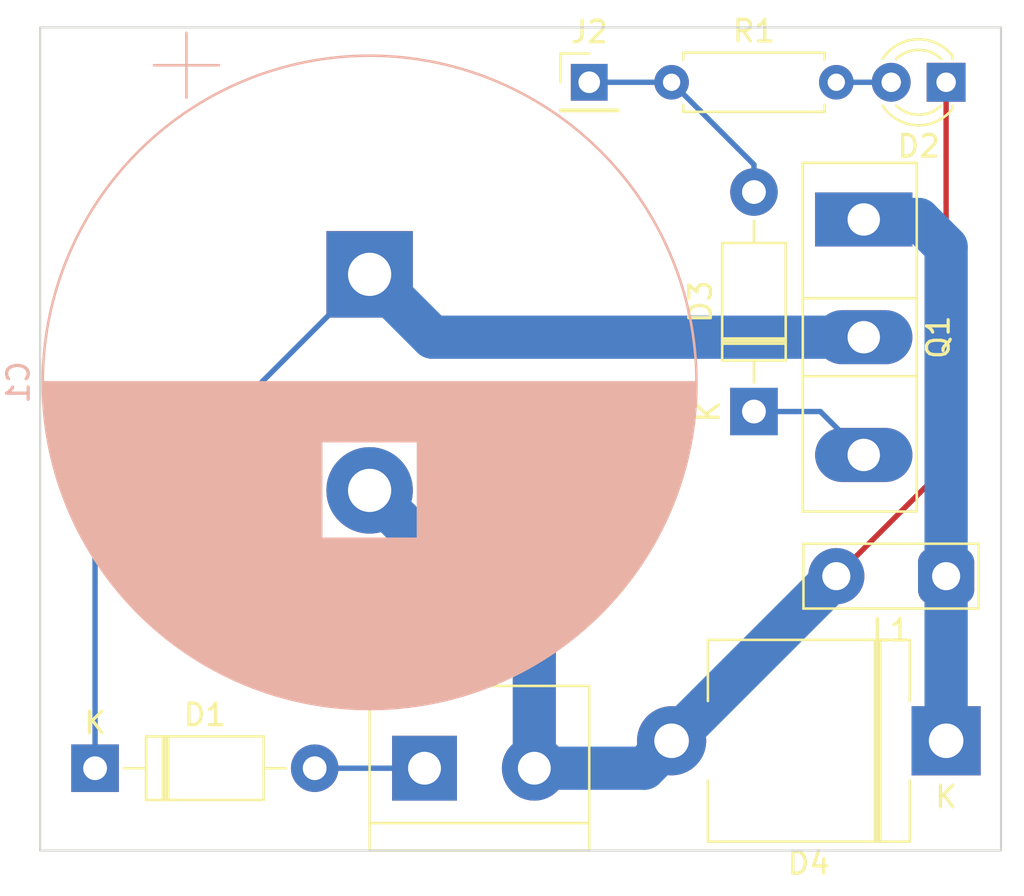
<source format=kicad_pcb>
(kicad_pcb (version 20171130) (host pcbnew "(5.1.4)-1")

  (general
    (thickness 1.6)
    (drawings 4)
    (tracks 23)
    (zones 0)
    (modules 10)
    (nets 8)
  )

  (page A4)
  (layers
    (0 F.Cu signal)
    (31 B.Cu signal)
    (32 B.Adhes user)
    (33 F.Adhes user)
    (34 B.Paste user)
    (35 F.Paste user)
    (36 B.SilkS user)
    (37 F.SilkS user)
    (38 B.Mask user)
    (39 F.Mask user)
    (40 Dwgs.User user)
    (41 Cmts.User user)
    (42 Eco1.User user)
    (43 Eco2.User user)
    (44 Edge.Cuts user)
    (45 Margin user)
    (46 B.CrtYd user)
    (47 F.CrtYd user)
    (48 B.Fab user)
    (49 F.Fab user)
  )

  (setup
    (last_trace_width 2)
    (user_trace_width 2)
    (trace_clearance 0.2)
    (zone_clearance 0.508)
    (zone_45_only no)
    (trace_min 0.2)
    (via_size 0.8)
    (via_drill 0.4)
    (via_min_size 0.4)
    (via_min_drill 0.3)
    (uvia_size 0.3)
    (uvia_drill 0.1)
    (uvias_allowed no)
    (uvia_min_size 0.2)
    (uvia_min_drill 0.1)
    (edge_width 0.1)
    (segment_width 0.2)
    (pcb_text_width 0.3)
    (pcb_text_size 1.5 1.5)
    (mod_edge_width 0.15)
    (mod_text_size 1 1)
    (mod_text_width 0.15)
    (pad_size 1.524 1.524)
    (pad_drill 0.762)
    (pad_to_mask_clearance 0)
    (aux_axis_origin 0 0)
    (visible_elements 7FFFFFFF)
    (pcbplotparams
      (layerselection 0x010fc_ffffffff)
      (usegerberextensions false)
      (usegerberattributes false)
      (usegerberadvancedattributes false)
      (creategerberjobfile false)
      (excludeedgelayer true)
      (linewidth 0.100000)
      (plotframeref false)
      (viasonmask false)
      (mode 1)
      (useauxorigin false)
      (hpglpennumber 1)
      (hpglpenspeed 20)
      (hpglpendiameter 15.000000)
      (psnegative false)
      (psa4output false)
      (plotreference true)
      (plotvalue true)
      (plotinvisibletext false)
      (padsonsilk false)
      (subtractmaskfromsilk false)
      (outputformat 1)
      (mirror false)
      (drillshape 1)
      (scaleselection 1)
      (outputdirectory ""))
  )

  (net 0 "")
  (net 1 GND)
  (net 2 "Net-(C1-Pad1)")
  (net 3 /CoilPower+)
  (net 4 "Net-(D2-Pad2)")
  (net 5 /TriggerSignal)
  (net 6 "Net-(D3-Pad1)")
  (net 7 "Net-(D4-Pad1)")

  (net_class Default "This is the default net class."
    (clearance 0.2)
    (trace_width 0.25)
    (via_dia 0.8)
    (via_drill 0.4)
    (uvia_dia 0.3)
    (uvia_drill 0.1)
    (add_net /CoilPower+)
    (add_net /TriggerSignal)
    (add_net GND)
    (add_net "Net-(C1-Pad1)")
    (add_net "Net-(D2-Pad2)")
    (add_net "Net-(D3-Pad1)")
    (add_net "Net-(D4-Pad1)")
  )

  (module Package_TO_SOT_THT:TO-247-3_Vertical (layer F.Cu) (tedit 5AC86DC3) (tstamp 60B37581)
    (at 118.11 67.31 270)
    (descr "TO-247-3, Vertical, RM 5.45mm, see https://toshiba.semicon-storage.com/us/product/mosfet/to-247-4l.html")
    (tags "TO-247-3 Vertical RM 5.45mm")
    (path /60A8CBFE)
    (fp_text reference Q1 (at 5.45 -3.45 90) (layer F.SilkS)
      (effects (font (size 1 1) (thickness 0.15)))
    )
    (fp_text value 70PT12DS (at 5.45 3.95 90) (layer F.Fab)
      (effects (font (size 1 1) (thickness 0.15)))
    )
    (fp_text user %R (at 5.45 -3.45 90) (layer F.Fab)
      (effects (font (size 1 1) (thickness 0.15)))
    )
    (fp_line (start 13.65 -2.59) (end -2.75 -2.59) (layer F.CrtYd) (width 0.05))
    (fp_line (start 13.65 2.95) (end 13.65 -2.59) (layer F.CrtYd) (width 0.05))
    (fp_line (start -2.75 2.95) (end 13.65 2.95) (layer F.CrtYd) (width 0.05))
    (fp_line (start -2.75 -2.59) (end -2.75 2.95) (layer F.CrtYd) (width 0.05))
    (fp_line (start 7.255 -2.451) (end 7.255 2.82) (layer F.SilkS) (width 0.12))
    (fp_line (start 3.646 -2.451) (end 3.646 2.82) (layer F.SilkS) (width 0.12))
    (fp_line (start 13.52 -2.451) (end 13.52 2.82) (layer F.SilkS) (width 0.12))
    (fp_line (start -2.62 -2.451) (end -2.62 2.82) (layer F.SilkS) (width 0.12))
    (fp_line (start -2.62 2.82) (end 13.52 2.82) (layer F.SilkS) (width 0.12))
    (fp_line (start -2.62 -2.451) (end 13.52 -2.451) (layer F.SilkS) (width 0.12))
    (fp_line (start 7.255 -2.33) (end 7.255 2.7) (layer F.Fab) (width 0.1))
    (fp_line (start 3.645 -2.33) (end 3.645 2.7) (layer F.Fab) (width 0.1))
    (fp_line (start 13.4 -2.33) (end -2.5 -2.33) (layer F.Fab) (width 0.1))
    (fp_line (start 13.4 2.7) (end 13.4 -2.33) (layer F.Fab) (width 0.1))
    (fp_line (start -2.5 2.7) (end 13.4 2.7) (layer F.Fab) (width 0.1))
    (fp_line (start -2.5 -2.33) (end -2.5 2.7) (layer F.Fab) (width 0.1))
    (pad 3 thru_hole oval (at 10.9 0 270) (size 2.5 4.5) (drill 1.5) (layers *.Cu *.Mask)
      (net 6 "Net-(D3-Pad1)"))
    (pad 2 thru_hole oval (at 5.45 0 270) (size 2.5 4.5) (drill 1.5) (layers *.Cu *.Mask)
      (net 2 "Net-(C1-Pad1)"))
    (pad 1 thru_hole rect (at 0 0 270) (size 2.5 4.5) (drill 1.5) (layers *.Cu *.Mask)
      (net 7 "Net-(D4-Pad1)"))
    (model ${KISYS3DMOD}/Package_TO_SOT_THT.3dshapes/TO-247-3_Vertical.wrl
      (at (xyz 0 0 0))
      (scale (xyz 1 1 1))
      (rotate (xyz 0 0 0))
    )
  )

  (module TestPoint:TestPoint_2Pads_Pitch5.08mm_Drill1.3mm (layer F.Cu) (tedit 5BD71EB4) (tstamp 60B37567)
    (at 121.92 83.82 180)
    (descr "Test point with 2 pads, pitch 5.08mm, hole diameter 1.3mm, wire diameter 1.0mm")
    (tags "CONN DEV")
    (path /5F94EC24)
    (attr virtual)
    (fp_text reference L1 (at 2.54 -2.5) (layer F.SilkS)
      (effects (font (size 1 1) (thickness 0.15)))
    )
    (fp_text value Electromagnetic (at 2.54 3) (layer F.Fab)
      (effects (font (size 1 1) (thickness 0.15)))
    )
    (fp_line (start 6.6 1.5) (end -1.5 1.5) (layer F.SilkS) (width 0.12))
    (fp_line (start -1.5 -1.5) (end 6.6 -1.5) (layer F.SilkS) (width 0.12))
    (fp_line (start 6.6 1.5) (end 6.6 -1.5) (layer F.SilkS) (width 0.12))
    (fp_line (start -1.5 -1.5) (end -1.5 1.5) (layer F.SilkS) (width 0.12))
    (fp_line (start 5.08 0) (end 0 0) (layer F.Fab) (width 0.1))
    (fp_line (start -1.8 -1.8) (end 6.88 -1.8) (layer F.CrtYd) (width 0.05))
    (fp_line (start -1.8 -1.8) (end -1.8 1.8) (layer F.CrtYd) (width 0.05))
    (fp_line (start 6.88 1.8) (end 6.88 -1.8) (layer F.CrtYd) (width 0.05))
    (fp_line (start 6.88 1.8) (end -1.8 1.8) (layer F.CrtYd) (width 0.05))
    (fp_text user %R (at 2.54 0) (layer F.Fab)
      (effects (font (size 1 1) (thickness 0.15)))
    )
    (pad 2 thru_hole circle (at 5.08 0 180) (size 2.6 2.6) (drill 1.3) (layers *.Cu *.Mask)
      (net 1 GND))
    (pad 1 thru_hole roundrect (at 0 0 180) (size 2.6 2.6) (drill 1.3) (layers *.Cu *.Mask) (roundrect_rratio 0.25)
      (net 7 "Net-(D4-Pad1)"))
  )

  (module Resistor_THT:R_Axial_DIN0207_L6.3mm_D2.5mm_P7.62mm_Horizontal (layer F.Cu) (tedit 5AE5139B) (tstamp 60B37598)
    (at 109.22 60.96)
    (descr "Resistor, Axial_DIN0207 series, Axial, Horizontal, pin pitch=7.62mm, 0.25W = 1/4W, length*diameter=6.3*2.5mm^2, http://cdn-reichelt.de/documents/datenblatt/B400/1_4W%23YAG.pdf")
    (tags "Resistor Axial_DIN0207 series Axial Horizontal pin pitch 7.62mm 0.25W = 1/4W length 6.3mm diameter 2.5mm")
    (path /5FB6F54D)
    (fp_text reference R1 (at 3.81 -2.37) (layer F.SilkS)
      (effects (font (size 1 1) (thickness 0.15)))
    )
    (fp_text value 2.2K (at 3.81 2.37) (layer F.Fab)
      (effects (font (size 1 1) (thickness 0.15)))
    )
    (fp_text user %R (at 3.81 0) (layer F.Fab)
      (effects (font (size 1 1) (thickness 0.15)))
    )
    (fp_line (start 8.67 -1.5) (end -1.05 -1.5) (layer F.CrtYd) (width 0.05))
    (fp_line (start 8.67 1.5) (end 8.67 -1.5) (layer F.CrtYd) (width 0.05))
    (fp_line (start -1.05 1.5) (end 8.67 1.5) (layer F.CrtYd) (width 0.05))
    (fp_line (start -1.05 -1.5) (end -1.05 1.5) (layer F.CrtYd) (width 0.05))
    (fp_line (start 7.08 1.37) (end 7.08 1.04) (layer F.SilkS) (width 0.12))
    (fp_line (start 0.54 1.37) (end 7.08 1.37) (layer F.SilkS) (width 0.12))
    (fp_line (start 0.54 1.04) (end 0.54 1.37) (layer F.SilkS) (width 0.12))
    (fp_line (start 7.08 -1.37) (end 7.08 -1.04) (layer F.SilkS) (width 0.12))
    (fp_line (start 0.54 -1.37) (end 7.08 -1.37) (layer F.SilkS) (width 0.12))
    (fp_line (start 0.54 -1.04) (end 0.54 -1.37) (layer F.SilkS) (width 0.12))
    (fp_line (start 7.62 0) (end 6.96 0) (layer F.Fab) (width 0.1))
    (fp_line (start 0 0) (end 0.66 0) (layer F.Fab) (width 0.1))
    (fp_line (start 6.96 -1.25) (end 0.66 -1.25) (layer F.Fab) (width 0.1))
    (fp_line (start 6.96 1.25) (end 6.96 -1.25) (layer F.Fab) (width 0.1))
    (fp_line (start 0.66 1.25) (end 6.96 1.25) (layer F.Fab) (width 0.1))
    (fp_line (start 0.66 -1.25) (end 0.66 1.25) (layer F.Fab) (width 0.1))
    (pad 2 thru_hole oval (at 7.62 0) (size 1.6 1.6) (drill 0.8) (layers *.Cu *.Mask)
      (net 4 "Net-(D2-Pad2)"))
    (pad 1 thru_hole circle (at 0 0) (size 1.6 1.6) (drill 0.8) (layers *.Cu *.Mask)
      (net 5 /TriggerSignal))
    (model ${KISYS3DMOD}/Resistor_THT.3dshapes/R_Axial_DIN0207_L6.3mm_D2.5mm_P7.62mm_Horizontal.wrl
      (at (xyz 0 0 0))
      (scale (xyz 1 1 1))
      (rotate (xyz 0 0 0))
    )
  )

  (module Connector_PinHeader_2.54mm:PinHeader_1x01_P2.54mm_Vertical (layer F.Cu) (tedit 59FED5CC) (tstamp 60B37557)
    (at 105.41 60.96)
    (descr "Through hole straight pin header, 1x01, 2.54mm pitch, single row")
    (tags "Through hole pin header THT 1x01 2.54mm single row")
    (path /60A7B57B)
    (fp_text reference J2 (at 0 -2.33) (layer F.SilkS)
      (effects (font (size 1 1) (thickness 0.15)))
    )
    (fp_text value Trigger (at 0 2.33) (layer F.Fab)
      (effects (font (size 1 1) (thickness 0.15)))
    )
    (fp_text user %R (at 0 0 90) (layer F.Fab)
      (effects (font (size 1 1) (thickness 0.15)))
    )
    (fp_line (start 1.8 -1.8) (end -1.8 -1.8) (layer F.CrtYd) (width 0.05))
    (fp_line (start 1.8 1.8) (end 1.8 -1.8) (layer F.CrtYd) (width 0.05))
    (fp_line (start -1.8 1.8) (end 1.8 1.8) (layer F.CrtYd) (width 0.05))
    (fp_line (start -1.8 -1.8) (end -1.8 1.8) (layer F.CrtYd) (width 0.05))
    (fp_line (start -1.33 -1.33) (end 0 -1.33) (layer F.SilkS) (width 0.12))
    (fp_line (start -1.33 0) (end -1.33 -1.33) (layer F.SilkS) (width 0.12))
    (fp_line (start -1.33 1.27) (end 1.33 1.27) (layer F.SilkS) (width 0.12))
    (fp_line (start 1.33 1.27) (end 1.33 1.33) (layer F.SilkS) (width 0.12))
    (fp_line (start -1.33 1.27) (end -1.33 1.33) (layer F.SilkS) (width 0.12))
    (fp_line (start -1.33 1.33) (end 1.33 1.33) (layer F.SilkS) (width 0.12))
    (fp_line (start -1.27 -0.635) (end -0.635 -1.27) (layer F.Fab) (width 0.1))
    (fp_line (start -1.27 1.27) (end -1.27 -0.635) (layer F.Fab) (width 0.1))
    (fp_line (start 1.27 1.27) (end -1.27 1.27) (layer F.Fab) (width 0.1))
    (fp_line (start 1.27 -1.27) (end 1.27 1.27) (layer F.Fab) (width 0.1))
    (fp_line (start -0.635 -1.27) (end 1.27 -1.27) (layer F.Fab) (width 0.1))
    (pad 1 thru_hole rect (at 0 0) (size 1.7 1.7) (drill 1) (layers *.Cu *.Mask)
      (net 5 /TriggerSignal))
    (model ${KISYS3DMOD}/Connector_PinHeader_2.54mm.3dshapes/PinHeader_1x01_P2.54mm_Vertical.wrl
      (at (xyz 0 0 0))
      (scale (xyz 1 1 1))
      (rotate (xyz 0 0 0))
    )
  )

  (module TerminalBlock:TerminalBlock_bornier-2_P5.08mm (layer F.Cu) (tedit 59FF03AB) (tstamp 60B37542)
    (at 97.79 92.71)
    (descr "simple 2-pin terminal block, pitch 5.08mm, revamped version of bornier2")
    (tags "terminal block bornier2")
    (path /5EEC620C)
    (fp_text reference J1 (at 2.54 -5.08) (layer F.SilkS)
      (effects (font (size 1 1) (thickness 0.15)))
    )
    (fp_text value "Coil Power" (at 2.54 5.08) (layer F.Fab)
      (effects (font (size 1 1) (thickness 0.15)))
    )
    (fp_line (start 7.79 4) (end -2.71 4) (layer F.CrtYd) (width 0.05))
    (fp_line (start 7.79 4) (end 7.79 -4) (layer F.CrtYd) (width 0.05))
    (fp_line (start -2.71 -4) (end -2.71 4) (layer F.CrtYd) (width 0.05))
    (fp_line (start -2.71 -4) (end 7.79 -4) (layer F.CrtYd) (width 0.05))
    (fp_line (start -2.54 3.81) (end 7.62 3.81) (layer F.SilkS) (width 0.12))
    (fp_line (start -2.54 -3.81) (end -2.54 3.81) (layer F.SilkS) (width 0.12))
    (fp_line (start 7.62 -3.81) (end -2.54 -3.81) (layer F.SilkS) (width 0.12))
    (fp_line (start 7.62 3.81) (end 7.62 -3.81) (layer F.SilkS) (width 0.12))
    (fp_line (start 7.62 2.54) (end -2.54 2.54) (layer F.SilkS) (width 0.12))
    (fp_line (start 7.54 -3.75) (end -2.46 -3.75) (layer F.Fab) (width 0.1))
    (fp_line (start 7.54 3.75) (end 7.54 -3.75) (layer F.Fab) (width 0.1))
    (fp_line (start -2.46 3.75) (end 7.54 3.75) (layer F.Fab) (width 0.1))
    (fp_line (start -2.46 -3.75) (end -2.46 3.75) (layer F.Fab) (width 0.1))
    (fp_line (start -2.41 2.55) (end 7.49 2.55) (layer F.Fab) (width 0.1))
    (fp_text user %R (at 2.54 0) (layer F.Fab)
      (effects (font (size 1 1) (thickness 0.15)))
    )
    (pad 2 thru_hole circle (at 5.08 0) (size 3 3) (drill 1.52) (layers *.Cu *.Mask)
      (net 1 GND))
    (pad 1 thru_hole rect (at 0 0) (size 3 3) (drill 1.52) (layers *.Cu *.Mask)
      (net 3 /CoilPower+))
    (model ${KISYS3DMOD}/TerminalBlock.3dshapes/TerminalBlock_bornier-2_P5.08mm.wrl
      (offset (xyz 2.539999961853027 0 0))
      (scale (xyz 1 1 1))
      (rotate (xyz 0 0 0))
    )
  )

  (module Diode_THT:D_P600_R-6_P12.70mm_Horizontal (layer F.Cu) (tedit 5AE50CD5) (tstamp 60B3752D)
    (at 121.92 91.44 180)
    (descr "Diode, P600_R-6 series, Axial, Horizontal, pin pitch=12.7mm, , length*diameter=9.1*9.1mm^2, , http://www.vishay.com/docs/88692/p600a.pdf, http://www.diodes.com/_files/packages/R-6.pdf")
    (tags "Diode P600_R-6 series Axial Horizontal pin pitch 12.7mm  length 9.1mm diameter 9.1mm")
    (path /5F94C4D9)
    (fp_text reference D4 (at 6.35 -5.67) (layer F.SilkS)
      (effects (font (size 1 1) (thickness 0.15)))
    )
    (fp_text value P1000M (at 6.35 5.67) (layer F.Fab)
      (effects (font (size 1 1) (thickness 0.15)))
    )
    (fp_text user K (at 0 -2.6) (layer F.SilkS)
      (effects (font (size 1 1) (thickness 0.15)))
    )
    (fp_text user K (at 0 -2.6) (layer F.Fab)
      (effects (font (size 1 1) (thickness 0.15)))
    )
    (fp_text user %R (at 7.0325 0) (layer F.Fab)
      (effects (font (size 1 1) (thickness 0.15)))
    )
    (fp_line (start 14.55 -4.8) (end -1.85 -4.8) (layer F.CrtYd) (width 0.05))
    (fp_line (start 14.55 4.8) (end 14.55 -4.8) (layer F.CrtYd) (width 0.05))
    (fp_line (start -1.85 4.8) (end 14.55 4.8) (layer F.CrtYd) (width 0.05))
    (fp_line (start -1.85 -4.8) (end -1.85 4.8) (layer F.CrtYd) (width 0.05))
    (fp_line (start 3.045 -4.67) (end 3.045 4.67) (layer F.SilkS) (width 0.12))
    (fp_line (start 3.285 -4.67) (end 3.285 4.67) (layer F.SilkS) (width 0.12))
    (fp_line (start 3.165 -4.67) (end 3.165 4.67) (layer F.SilkS) (width 0.12))
    (fp_line (start 11.02 4.67) (end 11.02 1.84) (layer F.SilkS) (width 0.12))
    (fp_line (start 1.68 4.67) (end 11.02 4.67) (layer F.SilkS) (width 0.12))
    (fp_line (start 1.68 1.84) (end 1.68 4.67) (layer F.SilkS) (width 0.12))
    (fp_line (start 11.02 -4.67) (end 11.02 -1.84) (layer F.SilkS) (width 0.12))
    (fp_line (start 1.68 -4.67) (end 11.02 -4.67) (layer F.SilkS) (width 0.12))
    (fp_line (start 1.68 -1.84) (end 1.68 -4.67) (layer F.SilkS) (width 0.12))
    (fp_line (start 3.065 -4.55) (end 3.065 4.55) (layer F.Fab) (width 0.1))
    (fp_line (start 3.265 -4.55) (end 3.265 4.55) (layer F.Fab) (width 0.1))
    (fp_line (start 3.165 -4.55) (end 3.165 4.55) (layer F.Fab) (width 0.1))
    (fp_line (start 12.7 0) (end 10.9 0) (layer F.Fab) (width 0.1))
    (fp_line (start 0 0) (end 1.8 0) (layer F.Fab) (width 0.1))
    (fp_line (start 10.9 -4.55) (end 1.8 -4.55) (layer F.Fab) (width 0.1))
    (fp_line (start 10.9 4.55) (end 10.9 -4.55) (layer F.Fab) (width 0.1))
    (fp_line (start 1.8 4.55) (end 10.9 4.55) (layer F.Fab) (width 0.1))
    (fp_line (start 1.8 -4.55) (end 1.8 4.55) (layer F.Fab) (width 0.1))
    (pad 2 thru_hole oval (at 12.7 0 180) (size 3.2 3.2) (drill 1.6) (layers *.Cu *.Mask)
      (net 1 GND))
    (pad 1 thru_hole rect (at 0 0 180) (size 3.2 3.2) (drill 1.6) (layers *.Cu *.Mask)
      (net 7 "Net-(D4-Pad1)"))
    (model ${KISYS3DMOD}/Diode_THT.3dshapes/D_P600_R-6_P12.70mm_Horizontal.wrl
      (at (xyz 0 0 0))
      (scale (xyz 1 1 1))
      (rotate (xyz 0 0 0))
    )
  )

  (module Diode_THT:D_DO-41_SOD81_P10.16mm_Horizontal (layer F.Cu) (tedit 5AE50CD5) (tstamp 60B3750E)
    (at 113.03 76.2 90)
    (descr "Diode, DO-41_SOD81 series, Axial, Horizontal, pin pitch=10.16mm, , length*diameter=5.2*2.7mm^2, , http://www.diodes.com/_files/packages/DO-41%20(Plastic).pdf")
    (tags "Diode DO-41_SOD81 series Axial Horizontal pin pitch 10.16mm  length 5.2mm diameter 2.7mm")
    (path /60AB2676)
    (fp_text reference D3 (at 5.08 -2.47 90) (layer F.SilkS)
      (effects (font (size 1 1) (thickness 0.15)))
    )
    (fp_text value 1N4007 (at 5.08 2.47 90) (layer F.Fab)
      (effects (font (size 1 1) (thickness 0.15)))
    )
    (fp_text user K (at 0 -2.1 90) (layer F.SilkS)
      (effects (font (size 1 1) (thickness 0.15)))
    )
    (fp_text user K (at 0 -2.1 90) (layer F.Fab)
      (effects (font (size 1 1) (thickness 0.15)))
    )
    (fp_text user %R (at 5.47 0 90) (layer F.Fab)
      (effects (font (size 1 1) (thickness 0.15)))
    )
    (fp_line (start 11.51 -1.6) (end -1.35 -1.6) (layer F.CrtYd) (width 0.05))
    (fp_line (start 11.51 1.6) (end 11.51 -1.6) (layer F.CrtYd) (width 0.05))
    (fp_line (start -1.35 1.6) (end 11.51 1.6) (layer F.CrtYd) (width 0.05))
    (fp_line (start -1.35 -1.6) (end -1.35 1.6) (layer F.CrtYd) (width 0.05))
    (fp_line (start 3.14 -1.47) (end 3.14 1.47) (layer F.SilkS) (width 0.12))
    (fp_line (start 3.38 -1.47) (end 3.38 1.47) (layer F.SilkS) (width 0.12))
    (fp_line (start 3.26 -1.47) (end 3.26 1.47) (layer F.SilkS) (width 0.12))
    (fp_line (start 8.82 0) (end 7.8 0) (layer F.SilkS) (width 0.12))
    (fp_line (start 1.34 0) (end 2.36 0) (layer F.SilkS) (width 0.12))
    (fp_line (start 7.8 -1.47) (end 2.36 -1.47) (layer F.SilkS) (width 0.12))
    (fp_line (start 7.8 1.47) (end 7.8 -1.47) (layer F.SilkS) (width 0.12))
    (fp_line (start 2.36 1.47) (end 7.8 1.47) (layer F.SilkS) (width 0.12))
    (fp_line (start 2.36 -1.47) (end 2.36 1.47) (layer F.SilkS) (width 0.12))
    (fp_line (start 3.16 -1.35) (end 3.16 1.35) (layer F.Fab) (width 0.1))
    (fp_line (start 3.36 -1.35) (end 3.36 1.35) (layer F.Fab) (width 0.1))
    (fp_line (start 3.26 -1.35) (end 3.26 1.35) (layer F.Fab) (width 0.1))
    (fp_line (start 10.16 0) (end 7.68 0) (layer F.Fab) (width 0.1))
    (fp_line (start 0 0) (end 2.48 0) (layer F.Fab) (width 0.1))
    (fp_line (start 7.68 -1.35) (end 2.48 -1.35) (layer F.Fab) (width 0.1))
    (fp_line (start 7.68 1.35) (end 7.68 -1.35) (layer F.Fab) (width 0.1))
    (fp_line (start 2.48 1.35) (end 7.68 1.35) (layer F.Fab) (width 0.1))
    (fp_line (start 2.48 -1.35) (end 2.48 1.35) (layer F.Fab) (width 0.1))
    (pad 2 thru_hole oval (at 10.16 0 90) (size 2.2 2.2) (drill 1.1) (layers *.Cu *.Mask)
      (net 5 /TriggerSignal))
    (pad 1 thru_hole rect (at 0 0 90) (size 2.2 2.2) (drill 1.1) (layers *.Cu *.Mask)
      (net 6 "Net-(D3-Pad1)"))
    (model ${KISYS3DMOD}/Diode_THT.3dshapes/D_DO-41_SOD81_P10.16mm_Horizontal.wrl
      (at (xyz 0 0 0))
      (scale (xyz 1 1 1))
      (rotate (xyz 0 0 0))
    )
  )

  (module LED_THT:LED_D3.0mm_FlatTop (layer F.Cu) (tedit 5880A862) (tstamp 60B374EF)
    (at 121.92 60.96 180)
    (descr "LED, Round, FlatTop, diameter 3.0mm, 2 pins, http://www.kingbright.com/attachments/file/psearch/000/00/00/L-47XEC(Ver.9A).pdf")
    (tags "LED Round FlatTop diameter 3.0mm 2 pins")
    (path /5FC76E70)
    (fp_text reference D2 (at 1.27 -2.96) (layer F.SilkS)
      (effects (font (size 1 1) (thickness 0.15)))
    )
    (fp_text value LED (at 1.27 2.96) (layer F.Fab)
      (effects (font (size 1 1) (thickness 0.15)))
    )
    (fp_line (start 3.7 -2.25) (end -1.15 -2.25) (layer F.CrtYd) (width 0.05))
    (fp_line (start 3.7 2.25) (end 3.7 -2.25) (layer F.CrtYd) (width 0.05))
    (fp_line (start -1.15 2.25) (end 3.7 2.25) (layer F.CrtYd) (width 0.05))
    (fp_line (start -1.15 -2.25) (end -1.15 2.25) (layer F.CrtYd) (width 0.05))
    (fp_line (start -0.29 1.08) (end -0.29 1.236) (layer F.SilkS) (width 0.12))
    (fp_line (start -0.29 -1.236) (end -0.29 -1.08) (layer F.SilkS) (width 0.12))
    (fp_line (start -0.23 -1.16619) (end -0.23 1.16619) (layer F.Fab) (width 0.1))
    (fp_circle (center 1.27 0) (end 2.77 0) (layer F.Fab) (width 0.1))
    (fp_arc (start 1.27 0) (end 0.229039 1.08) (angle -87.9) (layer F.SilkS) (width 0.12))
    (fp_arc (start 1.27 0) (end 0.229039 -1.08) (angle 87.9) (layer F.SilkS) (width 0.12))
    (fp_arc (start 1.27 0) (end -0.29 1.235516) (angle -108.8) (layer F.SilkS) (width 0.12))
    (fp_arc (start 1.27 0) (end -0.29 -1.235516) (angle 108.8) (layer F.SilkS) (width 0.12))
    (fp_arc (start 1.27 0) (end -0.23 -1.16619) (angle 284.3) (layer F.Fab) (width 0.1))
    (pad 2 thru_hole circle (at 2.54 0 180) (size 1.8 1.8) (drill 0.9) (layers *.Cu *.Mask)
      (net 4 "Net-(D2-Pad2)"))
    (pad 1 thru_hole rect (at 0 0 180) (size 1.8 1.8) (drill 0.9) (layers *.Cu *.Mask)
      (net 1 GND))
    (model ${KISYS3DMOD}/LED_THT.3dshapes/LED_D3.0mm_FlatTop.wrl
      (at (xyz 0 0 0))
      (scale (xyz 1 1 1))
      (rotate (xyz 0 0 0))
    )
  )

  (module Diode_THT:D_DO-41_SOD81_P10.16mm_Horizontal (layer F.Cu) (tedit 5AE50CD5) (tstamp 60B374DC)
    (at 82.55 92.71)
    (descr "Diode, DO-41_SOD81 series, Axial, Horizontal, pin pitch=10.16mm, , length*diameter=5.2*2.7mm^2, , http://www.diodes.com/_files/packages/DO-41%20(Plastic).pdf")
    (tags "Diode DO-41_SOD81 series Axial Horizontal pin pitch 10.16mm  length 5.2mm diameter 2.7mm")
    (path /60A98C35)
    (fp_text reference D1 (at 5.08 -2.47) (layer F.SilkS)
      (effects (font (size 1 1) (thickness 0.15)))
    )
    (fp_text value 1N4007 (at 5.08 2.47) (layer F.Fab)
      (effects (font (size 1 1) (thickness 0.15)))
    )
    (fp_text user K (at 0 -2.1) (layer F.SilkS)
      (effects (font (size 1 1) (thickness 0.15)))
    )
    (fp_text user K (at 0 -2.1) (layer F.Fab)
      (effects (font (size 1 1) (thickness 0.15)))
    )
    (fp_text user %R (at 5.47 0) (layer F.Fab)
      (effects (font (size 1 1) (thickness 0.15)))
    )
    (fp_line (start 11.51 -1.6) (end -1.35 -1.6) (layer F.CrtYd) (width 0.05))
    (fp_line (start 11.51 1.6) (end 11.51 -1.6) (layer F.CrtYd) (width 0.05))
    (fp_line (start -1.35 1.6) (end 11.51 1.6) (layer F.CrtYd) (width 0.05))
    (fp_line (start -1.35 -1.6) (end -1.35 1.6) (layer F.CrtYd) (width 0.05))
    (fp_line (start 3.14 -1.47) (end 3.14 1.47) (layer F.SilkS) (width 0.12))
    (fp_line (start 3.38 -1.47) (end 3.38 1.47) (layer F.SilkS) (width 0.12))
    (fp_line (start 3.26 -1.47) (end 3.26 1.47) (layer F.SilkS) (width 0.12))
    (fp_line (start 8.82 0) (end 7.8 0) (layer F.SilkS) (width 0.12))
    (fp_line (start 1.34 0) (end 2.36 0) (layer F.SilkS) (width 0.12))
    (fp_line (start 7.8 -1.47) (end 2.36 -1.47) (layer F.SilkS) (width 0.12))
    (fp_line (start 7.8 1.47) (end 7.8 -1.47) (layer F.SilkS) (width 0.12))
    (fp_line (start 2.36 1.47) (end 7.8 1.47) (layer F.SilkS) (width 0.12))
    (fp_line (start 2.36 -1.47) (end 2.36 1.47) (layer F.SilkS) (width 0.12))
    (fp_line (start 3.16 -1.35) (end 3.16 1.35) (layer F.Fab) (width 0.1))
    (fp_line (start 3.36 -1.35) (end 3.36 1.35) (layer F.Fab) (width 0.1))
    (fp_line (start 3.26 -1.35) (end 3.26 1.35) (layer F.Fab) (width 0.1))
    (fp_line (start 10.16 0) (end 7.68 0) (layer F.Fab) (width 0.1))
    (fp_line (start 0 0) (end 2.48 0) (layer F.Fab) (width 0.1))
    (fp_line (start 7.68 -1.35) (end 2.48 -1.35) (layer F.Fab) (width 0.1))
    (fp_line (start 7.68 1.35) (end 7.68 -1.35) (layer F.Fab) (width 0.1))
    (fp_line (start 2.48 1.35) (end 7.68 1.35) (layer F.Fab) (width 0.1))
    (fp_line (start 2.48 -1.35) (end 2.48 1.35) (layer F.Fab) (width 0.1))
    (pad 2 thru_hole oval (at 10.16 0) (size 2.2 2.2) (drill 1.1) (layers *.Cu *.Mask)
      (net 3 /CoilPower+))
    (pad 1 thru_hole rect (at 0 0) (size 2.2 2.2) (drill 1.1) (layers *.Cu *.Mask)
      (net 2 "Net-(C1-Pad1)"))
    (model ${KISYS3DMOD}/Diode_THT.3dshapes/D_DO-41_SOD81_P10.16mm_Horizontal.wrl
      (at (xyz 0 0 0))
      (scale (xyz 1 1 1))
      (rotate (xyz 0 0 0))
    )
  )

  (module Capacitor_THT:CP_Radial_D30.0mm_P10.00mm_SnapIn (layer B.Cu) (tedit 5AE50EF1) (tstamp 60B374BD)
    (at 95.25 69.85 270)
    (descr "CP, Radial series, Radial, pin pitch=10.00mm, , diameter=30mm, Electrolytic Capacitor, , http://www.vishay.com/docs/28342/058059pll-si.pdf")
    (tags "CP Radial series Radial pin pitch 10.00mm  diameter 30mm Electrolytic Capacitor")
    (path /5FB37B3C)
    (fp_text reference C1 (at 5 16.25 270) (layer B.SilkS)
      (effects (font (size 1 1) (thickness 0.15)) (justify mirror))
    )
    (fp_text value "330uF 450V" (at 5 -16.25 270) (layer B.Fab)
      (effects (font (size 1 1) (thickness 0.15)) (justify mirror))
    )
    (fp_text user %R (at 5 0 270) (layer B.Fab)
      (effects (font (size 1 1) (thickness 0.15)) (justify mirror))
    )
    (fp_line (start -9.679131 9.975) (end -9.679131 6.975) (layer B.SilkS) (width 0.12))
    (fp_line (start -11.179131 8.475) (end -8.179131 8.475) (layer B.SilkS) (width 0.12))
    (fp_line (start 20.12 0.04) (end 20.12 -0.04) (layer B.SilkS) (width 0.12))
    (fp_line (start 20.08 1.06) (end 20.08 -1.06) (layer B.SilkS) (width 0.12))
    (fp_line (start 20.04 1.514) (end 20.04 -1.514) (layer B.SilkS) (width 0.12))
    (fp_line (start 20 1.862) (end 20 -1.862) (layer B.SilkS) (width 0.12))
    (fp_line (start 19.96 2.154) (end 19.96 -2.154) (layer B.SilkS) (width 0.12))
    (fp_line (start 19.92 2.412) (end 19.92 -2.412) (layer B.SilkS) (width 0.12))
    (fp_line (start 19.88 2.644) (end 19.88 -2.644) (layer B.SilkS) (width 0.12))
    (fp_line (start 19.84 2.857) (end 19.84 -2.857) (layer B.SilkS) (width 0.12))
    (fp_line (start 19.8 3.055) (end 19.8 -3.055) (layer B.SilkS) (width 0.12))
    (fp_line (start 19.76 3.24) (end 19.76 -3.24) (layer B.SilkS) (width 0.12))
    (fp_line (start 19.72 3.415) (end 19.72 -3.415) (layer B.SilkS) (width 0.12))
    (fp_line (start 19.68 3.582) (end 19.68 -3.582) (layer B.SilkS) (width 0.12))
    (fp_line (start 19.64 3.74) (end 19.64 -3.74) (layer B.SilkS) (width 0.12))
    (fp_line (start 19.6 3.892) (end 19.6 -3.892) (layer B.SilkS) (width 0.12))
    (fp_line (start 19.56 4.037) (end 19.56 -4.037) (layer B.SilkS) (width 0.12))
    (fp_line (start 19.52 4.178) (end 19.52 -4.178) (layer B.SilkS) (width 0.12))
    (fp_line (start 19.48 4.313) (end 19.48 -4.313) (layer B.SilkS) (width 0.12))
    (fp_line (start 19.44 4.444) (end 19.44 -4.444) (layer B.SilkS) (width 0.12))
    (fp_line (start 19.4 4.571) (end 19.4 -4.571) (layer B.SilkS) (width 0.12))
    (fp_line (start 19.36 4.694) (end 19.36 -4.694) (layer B.SilkS) (width 0.12))
    (fp_line (start 19.32 4.814) (end 19.32 -4.814) (layer B.SilkS) (width 0.12))
    (fp_line (start 19.28 4.93) (end 19.28 -4.93) (layer B.SilkS) (width 0.12))
    (fp_line (start 19.24 5.043) (end 19.24 -5.043) (layer B.SilkS) (width 0.12))
    (fp_line (start 19.2 5.154) (end 19.2 -5.154) (layer B.SilkS) (width 0.12))
    (fp_line (start 19.16 5.262) (end 19.16 -5.262) (layer B.SilkS) (width 0.12))
    (fp_line (start 19.12 5.368) (end 19.12 -5.368) (layer B.SilkS) (width 0.12))
    (fp_line (start 19.08 5.471) (end 19.08 -5.471) (layer B.SilkS) (width 0.12))
    (fp_line (start 19.04 5.572) (end 19.04 -5.572) (layer B.SilkS) (width 0.12))
    (fp_line (start 19 5.671) (end 19 -5.671) (layer B.SilkS) (width 0.12))
    (fp_line (start 18.96 5.768) (end 18.96 -5.768) (layer B.SilkS) (width 0.12))
    (fp_line (start 18.92 5.864) (end 18.92 -5.864) (layer B.SilkS) (width 0.12))
    (fp_line (start 18.88 5.957) (end 18.88 -5.957) (layer B.SilkS) (width 0.12))
    (fp_line (start 18.84 6.049) (end 18.84 -6.049) (layer B.SilkS) (width 0.12))
    (fp_line (start 18.8 6.139) (end 18.8 -6.139) (layer B.SilkS) (width 0.12))
    (fp_line (start 18.76 6.228) (end 18.76 -6.228) (layer B.SilkS) (width 0.12))
    (fp_line (start 18.72 6.315) (end 18.72 -6.315) (layer B.SilkS) (width 0.12))
    (fp_line (start 18.68 6.4) (end 18.68 -6.4) (layer B.SilkS) (width 0.12))
    (fp_line (start 18.64 6.485) (end 18.64 -6.485) (layer B.SilkS) (width 0.12))
    (fp_line (start 18.6 6.568) (end 18.6 -6.568) (layer B.SilkS) (width 0.12))
    (fp_line (start 18.56 6.649) (end 18.56 -6.649) (layer B.SilkS) (width 0.12))
    (fp_line (start 18.52 6.73) (end 18.52 -6.73) (layer B.SilkS) (width 0.12))
    (fp_line (start 18.48 6.809) (end 18.48 -6.809) (layer B.SilkS) (width 0.12))
    (fp_line (start 18.44 6.887) (end 18.44 -6.887) (layer B.SilkS) (width 0.12))
    (fp_line (start 18.4 6.964) (end 18.4 -6.964) (layer B.SilkS) (width 0.12))
    (fp_line (start 18.36 7.04) (end 18.36 -7.04) (layer B.SilkS) (width 0.12))
    (fp_line (start 18.32 7.115) (end 18.32 -7.115) (layer B.SilkS) (width 0.12))
    (fp_line (start 18.28 7.189) (end 18.28 -7.189) (layer B.SilkS) (width 0.12))
    (fp_line (start 18.24 7.262) (end 18.24 -7.262) (layer B.SilkS) (width 0.12))
    (fp_line (start 18.2 7.334) (end 18.2 -7.334) (layer B.SilkS) (width 0.12))
    (fp_line (start 18.16 7.406) (end 18.16 -7.406) (layer B.SilkS) (width 0.12))
    (fp_line (start 18.12 7.476) (end 18.12 -7.476) (layer B.SilkS) (width 0.12))
    (fp_line (start 18.08 7.545) (end 18.08 -7.545) (layer B.SilkS) (width 0.12))
    (fp_line (start 18.04 7.614) (end 18.04 -7.614) (layer B.SilkS) (width 0.12))
    (fp_line (start 18 7.682) (end 18 -7.682) (layer B.SilkS) (width 0.12))
    (fp_line (start 17.96 7.748) (end 17.96 -7.748) (layer B.SilkS) (width 0.12))
    (fp_line (start 17.92 7.815) (end 17.92 -7.815) (layer B.SilkS) (width 0.12))
    (fp_line (start 17.88 7.88) (end 17.88 -7.88) (layer B.SilkS) (width 0.12))
    (fp_line (start 17.84 7.945) (end 17.84 -7.945) (layer B.SilkS) (width 0.12))
    (fp_line (start 17.8 8.009) (end 17.8 -8.009) (layer B.SilkS) (width 0.12))
    (fp_line (start 17.76 8.072) (end 17.76 -8.072) (layer B.SilkS) (width 0.12))
    (fp_line (start 17.72 8.135) (end 17.72 -8.135) (layer B.SilkS) (width 0.12))
    (fp_line (start 17.68 8.197) (end 17.68 -8.197) (layer B.SilkS) (width 0.12))
    (fp_line (start 17.64 8.258) (end 17.64 -8.258) (layer B.SilkS) (width 0.12))
    (fp_line (start 17.6 8.318) (end 17.6 -8.318) (layer B.SilkS) (width 0.12))
    (fp_line (start 17.56 8.378) (end 17.56 -8.378) (layer B.SilkS) (width 0.12))
    (fp_line (start 17.52 8.438) (end 17.52 -8.438) (layer B.SilkS) (width 0.12))
    (fp_line (start 17.48 8.497) (end 17.48 -8.497) (layer B.SilkS) (width 0.12))
    (fp_line (start 17.44 8.555) (end 17.44 -8.555) (layer B.SilkS) (width 0.12))
    (fp_line (start 17.4 8.612) (end 17.4 -8.612) (layer B.SilkS) (width 0.12))
    (fp_line (start 17.36 8.669) (end 17.36 -8.669) (layer B.SilkS) (width 0.12))
    (fp_line (start 17.32 8.726) (end 17.32 -8.726) (layer B.SilkS) (width 0.12))
    (fp_line (start 17.28 8.782) (end 17.28 -8.782) (layer B.SilkS) (width 0.12))
    (fp_line (start 17.24 8.837) (end 17.24 -8.837) (layer B.SilkS) (width 0.12))
    (fp_line (start 17.2 8.892) (end 17.2 -8.892) (layer B.SilkS) (width 0.12))
    (fp_line (start 17.16 8.947) (end 17.16 -8.947) (layer B.SilkS) (width 0.12))
    (fp_line (start 17.12 9) (end 17.12 -9) (layer B.SilkS) (width 0.12))
    (fp_line (start 17.08 9.054) (end 17.08 -9.054) (layer B.SilkS) (width 0.12))
    (fp_line (start 17.04 9.107) (end 17.04 -9.107) (layer B.SilkS) (width 0.12))
    (fp_line (start 17 9.159) (end 17 -9.159) (layer B.SilkS) (width 0.12))
    (fp_line (start 16.96 9.211) (end 16.96 -9.211) (layer B.SilkS) (width 0.12))
    (fp_line (start 16.92 9.263) (end 16.92 -9.263) (layer B.SilkS) (width 0.12))
    (fp_line (start 16.88 9.314) (end 16.88 -9.314) (layer B.SilkS) (width 0.12))
    (fp_line (start 16.84 9.364) (end 16.84 -9.364) (layer B.SilkS) (width 0.12))
    (fp_line (start 16.8 9.414) (end 16.8 -9.414) (layer B.SilkS) (width 0.12))
    (fp_line (start 16.76 9.464) (end 16.76 -9.464) (layer B.SilkS) (width 0.12))
    (fp_line (start 16.72 9.513) (end 16.72 -9.513) (layer B.SilkS) (width 0.12))
    (fp_line (start 16.68 9.562) (end 16.68 -9.562) (layer B.SilkS) (width 0.12))
    (fp_line (start 16.64 9.611) (end 16.64 -9.611) (layer B.SilkS) (width 0.12))
    (fp_line (start 16.6 9.659) (end 16.6 -9.659) (layer B.SilkS) (width 0.12))
    (fp_line (start 16.56 9.706) (end 16.56 -9.706) (layer B.SilkS) (width 0.12))
    (fp_line (start 16.52 9.754) (end 16.52 -9.754) (layer B.SilkS) (width 0.12))
    (fp_line (start 16.48 9.8) (end 16.48 -9.8) (layer B.SilkS) (width 0.12))
    (fp_line (start 16.44 9.847) (end 16.44 -9.847) (layer B.SilkS) (width 0.12))
    (fp_line (start 16.4 9.893) (end 16.4 -9.893) (layer B.SilkS) (width 0.12))
    (fp_line (start 16.36 9.939) (end 16.36 -9.939) (layer B.SilkS) (width 0.12))
    (fp_line (start 16.32 9.984) (end 16.32 -9.984) (layer B.SilkS) (width 0.12))
    (fp_line (start 16.28 10.029) (end 16.28 -10.029) (layer B.SilkS) (width 0.12))
    (fp_line (start 16.24 10.074) (end 16.24 -10.074) (layer B.SilkS) (width 0.12))
    (fp_line (start 16.2 10.118) (end 16.2 -10.118) (layer B.SilkS) (width 0.12))
    (fp_line (start 16.16 10.162) (end 16.16 -10.162) (layer B.SilkS) (width 0.12))
    (fp_line (start 16.12 10.205) (end 16.12 -10.205) (layer B.SilkS) (width 0.12))
    (fp_line (start 16.08 10.249) (end 16.08 -10.249) (layer B.SilkS) (width 0.12))
    (fp_line (start 16.04 10.292) (end 16.04 -10.292) (layer B.SilkS) (width 0.12))
    (fp_line (start 16 10.334) (end 16 -10.334) (layer B.SilkS) (width 0.12))
    (fp_line (start 15.96 10.376) (end 15.96 -10.376) (layer B.SilkS) (width 0.12))
    (fp_line (start 15.92 10.418) (end 15.92 -10.418) (layer B.SilkS) (width 0.12))
    (fp_line (start 15.88 10.46) (end 15.88 -10.46) (layer B.SilkS) (width 0.12))
    (fp_line (start 15.84 10.501) (end 15.84 -10.501) (layer B.SilkS) (width 0.12))
    (fp_line (start 15.8 10.542) (end 15.8 -10.542) (layer B.SilkS) (width 0.12))
    (fp_line (start 15.76 10.583) (end 15.76 -10.583) (layer B.SilkS) (width 0.12))
    (fp_line (start 15.72 10.623) (end 15.72 -10.623) (layer B.SilkS) (width 0.12))
    (fp_line (start 15.68 10.663) (end 15.68 -10.663) (layer B.SilkS) (width 0.12))
    (fp_line (start 15.64 10.703) (end 15.64 -10.703) (layer B.SilkS) (width 0.12))
    (fp_line (start 15.6 10.743) (end 15.6 -10.743) (layer B.SilkS) (width 0.12))
    (fp_line (start 15.56 10.782) (end 15.56 -10.782) (layer B.SilkS) (width 0.12))
    (fp_line (start 15.52 10.821) (end 15.52 -10.821) (layer B.SilkS) (width 0.12))
    (fp_line (start 15.48 10.859) (end 15.48 -10.859) (layer B.SilkS) (width 0.12))
    (fp_line (start 15.44 10.898) (end 15.44 -10.898) (layer B.SilkS) (width 0.12))
    (fp_line (start 15.4 10.936) (end 15.4 -10.936) (layer B.SilkS) (width 0.12))
    (fp_line (start 15.36 10.973) (end 15.36 -10.973) (layer B.SilkS) (width 0.12))
    (fp_line (start 15.32 11.011) (end 15.32 -11.011) (layer B.SilkS) (width 0.12))
    (fp_line (start 15.28 11.048) (end 15.28 -11.048) (layer B.SilkS) (width 0.12))
    (fp_line (start 15.24 11.085) (end 15.24 -11.085) (layer B.SilkS) (width 0.12))
    (fp_line (start 15.2 11.122) (end 15.2 -11.122) (layer B.SilkS) (width 0.12))
    (fp_line (start 15.16 11.158) (end 15.16 -11.158) (layer B.SilkS) (width 0.12))
    (fp_line (start 15.12 11.194) (end 15.12 -11.194) (layer B.SilkS) (width 0.12))
    (fp_line (start 15.08 11.23) (end 15.08 -11.23) (layer B.SilkS) (width 0.12))
    (fp_line (start 15.04 11.266) (end 15.04 -11.266) (layer B.SilkS) (width 0.12))
    (fp_line (start 15 11.301) (end 15 -11.301) (layer B.SilkS) (width 0.12))
    (fp_line (start 14.96 11.336) (end 14.96 -11.336) (layer B.SilkS) (width 0.12))
    (fp_line (start 14.92 11.371) (end 14.92 -11.371) (layer B.SilkS) (width 0.12))
    (fp_line (start 14.88 11.406) (end 14.88 -11.406) (layer B.SilkS) (width 0.12))
    (fp_line (start 14.84 11.44) (end 14.84 -11.44) (layer B.SilkS) (width 0.12))
    (fp_line (start 14.8 11.475) (end 14.8 -11.475) (layer B.SilkS) (width 0.12))
    (fp_line (start 14.76 11.509) (end 14.76 -11.509) (layer B.SilkS) (width 0.12))
    (fp_line (start 14.72 11.542) (end 14.72 -11.542) (layer B.SilkS) (width 0.12))
    (fp_line (start 14.68 11.576) (end 14.68 -11.576) (layer B.SilkS) (width 0.12))
    (fp_line (start 14.64 11.609) (end 14.64 -11.609) (layer B.SilkS) (width 0.12))
    (fp_line (start 14.6 11.642) (end 14.6 -11.642) (layer B.SilkS) (width 0.12))
    (fp_line (start 14.56 11.675) (end 14.56 -11.675) (layer B.SilkS) (width 0.12))
    (fp_line (start 14.52 11.707) (end 14.52 -11.707) (layer B.SilkS) (width 0.12))
    (fp_line (start 14.48 11.739) (end 14.48 -11.739) (layer B.SilkS) (width 0.12))
    (fp_line (start 14.44 11.772) (end 14.44 -11.772) (layer B.SilkS) (width 0.12))
    (fp_line (start 14.4 11.803) (end 14.4 -11.803) (layer B.SilkS) (width 0.12))
    (fp_line (start 14.36 11.835) (end 14.36 -11.835) (layer B.SilkS) (width 0.12))
    (fp_line (start 14.32 11.866) (end 14.32 -11.866) (layer B.SilkS) (width 0.12))
    (fp_line (start 14.28 11.898) (end 14.28 -11.898) (layer B.SilkS) (width 0.12))
    (fp_line (start 14.24 11.929) (end 14.24 -11.929) (layer B.SilkS) (width 0.12))
    (fp_line (start 14.2 11.959) (end 14.2 -11.959) (layer B.SilkS) (width 0.12))
    (fp_line (start 14.16 11.99) (end 14.16 -11.99) (layer B.SilkS) (width 0.12))
    (fp_line (start 14.12 12.02) (end 14.12 -12.02) (layer B.SilkS) (width 0.12))
    (fp_line (start 14.08 12.05) (end 14.08 -12.05) (layer B.SilkS) (width 0.12))
    (fp_line (start 14.04 12.08) (end 14.04 -12.08) (layer B.SilkS) (width 0.12))
    (fp_line (start 14 12.11) (end 14 -12.11) (layer B.SilkS) (width 0.12))
    (fp_line (start 13.96 12.14) (end 13.96 -12.14) (layer B.SilkS) (width 0.12))
    (fp_line (start 13.92 12.169) (end 13.92 -12.169) (layer B.SilkS) (width 0.12))
    (fp_line (start 13.88 12.198) (end 13.88 -12.198) (layer B.SilkS) (width 0.12))
    (fp_line (start 13.84 12.227) (end 13.84 -12.227) (layer B.SilkS) (width 0.12))
    (fp_line (start 13.8 12.256) (end 13.8 -12.256) (layer B.SilkS) (width 0.12))
    (fp_line (start 13.76 12.284) (end 13.76 -12.284) (layer B.SilkS) (width 0.12))
    (fp_line (start 13.72 12.313) (end 13.72 -12.313) (layer B.SilkS) (width 0.12))
    (fp_line (start 13.68 12.341) (end 13.68 -12.341) (layer B.SilkS) (width 0.12))
    (fp_line (start 13.64 12.369) (end 13.64 -12.369) (layer B.SilkS) (width 0.12))
    (fp_line (start 13.6 12.397) (end 13.6 -12.397) (layer B.SilkS) (width 0.12))
    (fp_line (start 13.56 12.424) (end 13.56 -12.424) (layer B.SilkS) (width 0.12))
    (fp_line (start 13.52 12.451) (end 13.52 -12.451) (layer B.SilkS) (width 0.12))
    (fp_line (start 13.48 12.479) (end 13.48 -12.479) (layer B.SilkS) (width 0.12))
    (fp_line (start 13.44 12.506) (end 13.44 -12.506) (layer B.SilkS) (width 0.12))
    (fp_line (start 13.4 12.532) (end 13.4 -12.532) (layer B.SilkS) (width 0.12))
    (fp_line (start 13.36 12.559) (end 13.36 -12.559) (layer B.SilkS) (width 0.12))
    (fp_line (start 13.32 12.586) (end 13.32 -12.586) (layer B.SilkS) (width 0.12))
    (fp_line (start 13.28 12.612) (end 13.28 -12.612) (layer B.SilkS) (width 0.12))
    (fp_line (start 13.24 12.638) (end 13.24 -12.638) (layer B.SilkS) (width 0.12))
    (fp_line (start 13.2 12.664) (end 13.2 -12.664) (layer B.SilkS) (width 0.12))
    (fp_line (start 13.161 12.69) (end 13.161 -12.69) (layer B.SilkS) (width 0.12))
    (fp_line (start 13.121 12.715) (end 13.121 -12.715) (layer B.SilkS) (width 0.12))
    (fp_line (start 13.081 12.74) (end 13.081 -12.74) (layer B.SilkS) (width 0.12))
    (fp_line (start 13.041 12.766) (end 13.041 -12.766) (layer B.SilkS) (width 0.12))
    (fp_line (start 13.001 12.791) (end 13.001 -12.791) (layer B.SilkS) (width 0.12))
    (fp_line (start 12.961 12.816) (end 12.961 -12.816) (layer B.SilkS) (width 0.12))
    (fp_line (start 12.921 12.84) (end 12.921 -12.84) (layer B.SilkS) (width 0.12))
    (fp_line (start 12.881 12.865) (end 12.881 -12.865) (layer B.SilkS) (width 0.12))
    (fp_line (start 12.841 12.889) (end 12.841 -12.889) (layer B.SilkS) (width 0.12))
    (fp_line (start 12.801 12.913) (end 12.801 -12.913) (layer B.SilkS) (width 0.12))
    (fp_line (start 12.761 12.937) (end 12.761 -12.937) (layer B.SilkS) (width 0.12))
    (fp_line (start 12.721 12.961) (end 12.721 -12.961) (layer B.SilkS) (width 0.12))
    (fp_line (start 12.681 12.985) (end 12.681 -12.985) (layer B.SilkS) (width 0.12))
    (fp_line (start 12.641 13.008) (end 12.641 -13.008) (layer B.SilkS) (width 0.12))
    (fp_line (start 12.601 13.032) (end 12.601 -13.032) (layer B.SilkS) (width 0.12))
    (fp_line (start 12.561 13.055) (end 12.561 -13.055) (layer B.SilkS) (width 0.12))
    (fp_line (start 12.521 13.078) (end 12.521 -13.078) (layer B.SilkS) (width 0.12))
    (fp_line (start 12.481 13.101) (end 12.481 -13.101) (layer B.SilkS) (width 0.12))
    (fp_line (start 12.441 13.123) (end 12.441 -13.123) (layer B.SilkS) (width 0.12))
    (fp_line (start 12.401 13.146) (end 12.401 -13.146) (layer B.SilkS) (width 0.12))
    (fp_line (start 12.361 13.168) (end 12.361 -13.168) (layer B.SilkS) (width 0.12))
    (fp_line (start 12.321 13.19) (end 12.321 -13.19) (layer B.SilkS) (width 0.12))
    (fp_line (start 12.281 13.213) (end 12.281 -13.213) (layer B.SilkS) (width 0.12))
    (fp_line (start 12.241 13.234) (end 12.241 -13.234) (layer B.SilkS) (width 0.12))
    (fp_line (start 12.201 -2.24) (end 12.201 -13.256) (layer B.SilkS) (width 0.12))
    (fp_line (start 12.201 13.256) (end 12.201 2.24) (layer B.SilkS) (width 0.12))
    (fp_line (start 12.161 -2.24) (end 12.161 -13.278) (layer B.SilkS) (width 0.12))
    (fp_line (start 12.161 13.278) (end 12.161 2.24) (layer B.SilkS) (width 0.12))
    (fp_line (start 12.121 -2.24) (end 12.121 -13.299) (layer B.SilkS) (width 0.12))
    (fp_line (start 12.121 13.299) (end 12.121 2.24) (layer B.SilkS) (width 0.12))
    (fp_line (start 12.081 -2.24) (end 12.081 -13.32) (layer B.SilkS) (width 0.12))
    (fp_line (start 12.081 13.32) (end 12.081 2.24) (layer B.SilkS) (width 0.12))
    (fp_line (start 12.041 -2.24) (end 12.041 -13.342) (layer B.SilkS) (width 0.12))
    (fp_line (start 12.041 13.342) (end 12.041 2.24) (layer B.SilkS) (width 0.12))
    (fp_line (start 12.001 -2.24) (end 12.001 -13.363) (layer B.SilkS) (width 0.12))
    (fp_line (start 12.001 13.363) (end 12.001 2.24) (layer B.SilkS) (width 0.12))
    (fp_line (start 11.961 -2.24) (end 11.961 -13.383) (layer B.SilkS) (width 0.12))
    (fp_line (start 11.961 13.383) (end 11.961 2.24) (layer B.SilkS) (width 0.12))
    (fp_line (start 11.921 -2.24) (end 11.921 -13.404) (layer B.SilkS) (width 0.12))
    (fp_line (start 11.921 13.404) (end 11.921 2.24) (layer B.SilkS) (width 0.12))
    (fp_line (start 11.881 -2.24) (end 11.881 -13.425) (layer B.SilkS) (width 0.12))
    (fp_line (start 11.881 13.425) (end 11.881 2.24) (layer B.SilkS) (width 0.12))
    (fp_line (start 11.841 -2.24) (end 11.841 -13.445) (layer B.SilkS) (width 0.12))
    (fp_line (start 11.841 13.445) (end 11.841 2.24) (layer B.SilkS) (width 0.12))
    (fp_line (start 11.801 -2.24) (end 11.801 -13.465) (layer B.SilkS) (width 0.12))
    (fp_line (start 11.801 13.465) (end 11.801 2.24) (layer B.SilkS) (width 0.12))
    (fp_line (start 11.761 -2.24) (end 11.761 -13.485) (layer B.SilkS) (width 0.12))
    (fp_line (start 11.761 13.485) (end 11.761 2.24) (layer B.SilkS) (width 0.12))
    (fp_line (start 11.721 -2.24) (end 11.721 -13.505) (layer B.SilkS) (width 0.12))
    (fp_line (start 11.721 13.505) (end 11.721 2.24) (layer B.SilkS) (width 0.12))
    (fp_line (start 11.681 -2.24) (end 11.681 -13.525) (layer B.SilkS) (width 0.12))
    (fp_line (start 11.681 13.525) (end 11.681 2.24) (layer B.SilkS) (width 0.12))
    (fp_line (start 11.641 -2.24) (end 11.641 -13.544) (layer B.SilkS) (width 0.12))
    (fp_line (start 11.641 13.544) (end 11.641 2.24) (layer B.SilkS) (width 0.12))
    (fp_line (start 11.601 -2.24) (end 11.601 -13.564) (layer B.SilkS) (width 0.12))
    (fp_line (start 11.601 13.564) (end 11.601 2.24) (layer B.SilkS) (width 0.12))
    (fp_line (start 11.561 -2.24) (end 11.561 -13.583) (layer B.SilkS) (width 0.12))
    (fp_line (start 11.561 13.583) (end 11.561 2.24) (layer B.SilkS) (width 0.12))
    (fp_line (start 11.521 -2.24) (end 11.521 -13.602) (layer B.SilkS) (width 0.12))
    (fp_line (start 11.521 13.602) (end 11.521 2.24) (layer B.SilkS) (width 0.12))
    (fp_line (start 11.481 -2.24) (end 11.481 -13.622) (layer B.SilkS) (width 0.12))
    (fp_line (start 11.481 13.622) (end 11.481 2.24) (layer B.SilkS) (width 0.12))
    (fp_line (start 11.441 -2.24) (end 11.441 -13.64) (layer B.SilkS) (width 0.12))
    (fp_line (start 11.441 13.64) (end 11.441 2.24) (layer B.SilkS) (width 0.12))
    (fp_line (start 11.401 -2.24) (end 11.401 -13.659) (layer B.SilkS) (width 0.12))
    (fp_line (start 11.401 13.659) (end 11.401 2.24) (layer B.SilkS) (width 0.12))
    (fp_line (start 11.361 -2.24) (end 11.361 -13.678) (layer B.SilkS) (width 0.12))
    (fp_line (start 11.361 13.678) (end 11.361 2.24) (layer B.SilkS) (width 0.12))
    (fp_line (start 11.321 -2.24) (end 11.321 -13.696) (layer B.SilkS) (width 0.12))
    (fp_line (start 11.321 13.696) (end 11.321 2.24) (layer B.SilkS) (width 0.12))
    (fp_line (start 11.281 -2.24) (end 11.281 -13.715) (layer B.SilkS) (width 0.12))
    (fp_line (start 11.281 13.715) (end 11.281 2.24) (layer B.SilkS) (width 0.12))
    (fp_line (start 11.241 -2.24) (end 11.241 -13.733) (layer B.SilkS) (width 0.12))
    (fp_line (start 11.241 13.733) (end 11.241 2.24) (layer B.SilkS) (width 0.12))
    (fp_line (start 11.201 -2.24) (end 11.201 -13.751) (layer B.SilkS) (width 0.12))
    (fp_line (start 11.201 13.751) (end 11.201 2.24) (layer B.SilkS) (width 0.12))
    (fp_line (start 11.161 -2.24) (end 11.161 -13.769) (layer B.SilkS) (width 0.12))
    (fp_line (start 11.161 13.769) (end 11.161 2.24) (layer B.SilkS) (width 0.12))
    (fp_line (start 11.121 -2.24) (end 11.121 -13.787) (layer B.SilkS) (width 0.12))
    (fp_line (start 11.121 13.787) (end 11.121 2.24) (layer B.SilkS) (width 0.12))
    (fp_line (start 11.081 -2.24) (end 11.081 -13.804) (layer B.SilkS) (width 0.12))
    (fp_line (start 11.081 13.804) (end 11.081 2.24) (layer B.SilkS) (width 0.12))
    (fp_line (start 11.041 -2.24) (end 11.041 -13.822) (layer B.SilkS) (width 0.12))
    (fp_line (start 11.041 13.822) (end 11.041 2.24) (layer B.SilkS) (width 0.12))
    (fp_line (start 11.001 -2.24) (end 11.001 -13.839) (layer B.SilkS) (width 0.12))
    (fp_line (start 11.001 13.839) (end 11.001 2.24) (layer B.SilkS) (width 0.12))
    (fp_line (start 10.961 -2.24) (end 10.961 -13.856) (layer B.SilkS) (width 0.12))
    (fp_line (start 10.961 13.856) (end 10.961 2.24) (layer B.SilkS) (width 0.12))
    (fp_line (start 10.921 -2.24) (end 10.921 -13.873) (layer B.SilkS) (width 0.12))
    (fp_line (start 10.921 13.873) (end 10.921 2.24) (layer B.SilkS) (width 0.12))
    (fp_line (start 10.881 -2.24) (end 10.881 -13.89) (layer B.SilkS) (width 0.12))
    (fp_line (start 10.881 13.89) (end 10.881 2.24) (layer B.SilkS) (width 0.12))
    (fp_line (start 10.841 -2.24) (end 10.841 -13.907) (layer B.SilkS) (width 0.12))
    (fp_line (start 10.841 13.907) (end 10.841 2.24) (layer B.SilkS) (width 0.12))
    (fp_line (start 10.801 -2.24) (end 10.801 -13.924) (layer B.SilkS) (width 0.12))
    (fp_line (start 10.801 13.924) (end 10.801 2.24) (layer B.SilkS) (width 0.12))
    (fp_line (start 10.761 -2.24) (end 10.761 -13.94) (layer B.SilkS) (width 0.12))
    (fp_line (start 10.761 13.94) (end 10.761 2.24) (layer B.SilkS) (width 0.12))
    (fp_line (start 10.721 -2.24) (end 10.721 -13.957) (layer B.SilkS) (width 0.12))
    (fp_line (start 10.721 13.957) (end 10.721 2.24) (layer B.SilkS) (width 0.12))
    (fp_line (start 10.681 -2.24) (end 10.681 -13.973) (layer B.SilkS) (width 0.12))
    (fp_line (start 10.681 13.973) (end 10.681 2.24) (layer B.SilkS) (width 0.12))
    (fp_line (start 10.641 -2.24) (end 10.641 -13.989) (layer B.SilkS) (width 0.12))
    (fp_line (start 10.641 13.989) (end 10.641 2.24) (layer B.SilkS) (width 0.12))
    (fp_line (start 10.601 -2.24) (end 10.601 -14.005) (layer B.SilkS) (width 0.12))
    (fp_line (start 10.601 14.005) (end 10.601 2.24) (layer B.SilkS) (width 0.12))
    (fp_line (start 10.561 -2.24) (end 10.561 -14.021) (layer B.SilkS) (width 0.12))
    (fp_line (start 10.561 14.021) (end 10.561 2.24) (layer B.SilkS) (width 0.12))
    (fp_line (start 10.521 -2.24) (end 10.521 -14.037) (layer B.SilkS) (width 0.12))
    (fp_line (start 10.521 14.037) (end 10.521 2.24) (layer B.SilkS) (width 0.12))
    (fp_line (start 10.481 -2.24) (end 10.481 -14.052) (layer B.SilkS) (width 0.12))
    (fp_line (start 10.481 14.052) (end 10.481 2.24) (layer B.SilkS) (width 0.12))
    (fp_line (start 10.441 -2.24) (end 10.441 -14.068) (layer B.SilkS) (width 0.12))
    (fp_line (start 10.441 14.068) (end 10.441 2.24) (layer B.SilkS) (width 0.12))
    (fp_line (start 10.401 -2.24) (end 10.401 -14.083) (layer B.SilkS) (width 0.12))
    (fp_line (start 10.401 14.083) (end 10.401 2.24) (layer B.SilkS) (width 0.12))
    (fp_line (start 10.361 -2.24) (end 10.361 -14.099) (layer B.SilkS) (width 0.12))
    (fp_line (start 10.361 14.099) (end 10.361 2.24) (layer B.SilkS) (width 0.12))
    (fp_line (start 10.321 -2.24) (end 10.321 -14.114) (layer B.SilkS) (width 0.12))
    (fp_line (start 10.321 14.114) (end 10.321 2.24) (layer B.SilkS) (width 0.12))
    (fp_line (start 10.281 -2.24) (end 10.281 -14.129) (layer B.SilkS) (width 0.12))
    (fp_line (start 10.281 14.129) (end 10.281 2.24) (layer B.SilkS) (width 0.12))
    (fp_line (start 10.241 -2.24) (end 10.241 -14.143) (layer B.SilkS) (width 0.12))
    (fp_line (start 10.241 14.143) (end 10.241 2.24) (layer B.SilkS) (width 0.12))
    (fp_line (start 10.201 -2.24) (end 10.201 -14.158) (layer B.SilkS) (width 0.12))
    (fp_line (start 10.201 14.158) (end 10.201 2.24) (layer B.SilkS) (width 0.12))
    (fp_line (start 10.161 -2.24) (end 10.161 -14.173) (layer B.SilkS) (width 0.12))
    (fp_line (start 10.161 14.173) (end 10.161 2.24) (layer B.SilkS) (width 0.12))
    (fp_line (start 10.121 -2.24) (end 10.121 -14.187) (layer B.SilkS) (width 0.12))
    (fp_line (start 10.121 14.187) (end 10.121 2.24) (layer B.SilkS) (width 0.12))
    (fp_line (start 10.081 -2.24) (end 10.081 -14.202) (layer B.SilkS) (width 0.12))
    (fp_line (start 10.081 14.202) (end 10.081 2.24) (layer B.SilkS) (width 0.12))
    (fp_line (start 10.041 -2.24) (end 10.041 -14.216) (layer B.SilkS) (width 0.12))
    (fp_line (start 10.041 14.216) (end 10.041 2.24) (layer B.SilkS) (width 0.12))
    (fp_line (start 10.001 -2.24) (end 10.001 -14.23) (layer B.SilkS) (width 0.12))
    (fp_line (start 10.001 14.23) (end 10.001 2.24) (layer B.SilkS) (width 0.12))
    (fp_line (start 9.961 -2.24) (end 9.961 -14.244) (layer B.SilkS) (width 0.12))
    (fp_line (start 9.961 14.244) (end 9.961 2.24) (layer B.SilkS) (width 0.12))
    (fp_line (start 9.921 -2.24) (end 9.921 -14.258) (layer B.SilkS) (width 0.12))
    (fp_line (start 9.921 14.258) (end 9.921 2.24) (layer B.SilkS) (width 0.12))
    (fp_line (start 9.881 -2.24) (end 9.881 -14.271) (layer B.SilkS) (width 0.12))
    (fp_line (start 9.881 14.271) (end 9.881 2.24) (layer B.SilkS) (width 0.12))
    (fp_line (start 9.841 -2.24) (end 9.841 -14.285) (layer B.SilkS) (width 0.12))
    (fp_line (start 9.841 14.285) (end 9.841 2.24) (layer B.SilkS) (width 0.12))
    (fp_line (start 9.801 -2.24) (end 9.801 -14.298) (layer B.SilkS) (width 0.12))
    (fp_line (start 9.801 14.298) (end 9.801 2.24) (layer B.SilkS) (width 0.12))
    (fp_line (start 9.761 -2.24) (end 9.761 -14.312) (layer B.SilkS) (width 0.12))
    (fp_line (start 9.761 14.312) (end 9.761 2.24) (layer B.SilkS) (width 0.12))
    (fp_line (start 9.721 -2.24) (end 9.721 -14.325) (layer B.SilkS) (width 0.12))
    (fp_line (start 9.721 14.325) (end 9.721 2.24) (layer B.SilkS) (width 0.12))
    (fp_line (start 9.681 -2.24) (end 9.681 -14.338) (layer B.SilkS) (width 0.12))
    (fp_line (start 9.681 14.338) (end 9.681 2.24) (layer B.SilkS) (width 0.12))
    (fp_line (start 9.641 -2.24) (end 9.641 -14.351) (layer B.SilkS) (width 0.12))
    (fp_line (start 9.641 14.351) (end 9.641 2.24) (layer B.SilkS) (width 0.12))
    (fp_line (start 9.601 -2.24) (end 9.601 -14.364) (layer B.SilkS) (width 0.12))
    (fp_line (start 9.601 14.364) (end 9.601 2.24) (layer B.SilkS) (width 0.12))
    (fp_line (start 9.561 -2.24) (end 9.561 -14.376) (layer B.SilkS) (width 0.12))
    (fp_line (start 9.561 14.376) (end 9.561 2.24) (layer B.SilkS) (width 0.12))
    (fp_line (start 9.521 -2.24) (end 9.521 -14.389) (layer B.SilkS) (width 0.12))
    (fp_line (start 9.521 14.389) (end 9.521 2.24) (layer B.SilkS) (width 0.12))
    (fp_line (start 9.481 -2.24) (end 9.481 -14.402) (layer B.SilkS) (width 0.12))
    (fp_line (start 9.481 14.402) (end 9.481 2.24) (layer B.SilkS) (width 0.12))
    (fp_line (start 9.441 -2.24) (end 9.441 -14.414) (layer B.SilkS) (width 0.12))
    (fp_line (start 9.441 14.414) (end 9.441 2.24) (layer B.SilkS) (width 0.12))
    (fp_line (start 9.401 -2.24) (end 9.401 -14.426) (layer B.SilkS) (width 0.12))
    (fp_line (start 9.401 14.426) (end 9.401 2.24) (layer B.SilkS) (width 0.12))
    (fp_line (start 9.361 -2.24) (end 9.361 -14.438) (layer B.SilkS) (width 0.12))
    (fp_line (start 9.361 14.438) (end 9.361 2.24) (layer B.SilkS) (width 0.12))
    (fp_line (start 9.321 -2.24) (end 9.321 -14.45) (layer B.SilkS) (width 0.12))
    (fp_line (start 9.321 14.45) (end 9.321 2.24) (layer B.SilkS) (width 0.12))
    (fp_line (start 9.281 -2.24) (end 9.281 -14.462) (layer B.SilkS) (width 0.12))
    (fp_line (start 9.281 14.462) (end 9.281 2.24) (layer B.SilkS) (width 0.12))
    (fp_line (start 9.241 -2.24) (end 9.241 -14.474) (layer B.SilkS) (width 0.12))
    (fp_line (start 9.241 14.474) (end 9.241 2.24) (layer B.SilkS) (width 0.12))
    (fp_line (start 9.201 -2.24) (end 9.201 -14.485) (layer B.SilkS) (width 0.12))
    (fp_line (start 9.201 14.485) (end 9.201 2.24) (layer B.SilkS) (width 0.12))
    (fp_line (start 9.161 -2.24) (end 9.161 -14.497) (layer B.SilkS) (width 0.12))
    (fp_line (start 9.161 14.497) (end 9.161 2.24) (layer B.SilkS) (width 0.12))
    (fp_line (start 9.121 -2.24) (end 9.121 -14.508) (layer B.SilkS) (width 0.12))
    (fp_line (start 9.121 14.508) (end 9.121 2.24) (layer B.SilkS) (width 0.12))
    (fp_line (start 9.081 -2.24) (end 9.081 -14.52) (layer B.SilkS) (width 0.12))
    (fp_line (start 9.081 14.52) (end 9.081 2.24) (layer B.SilkS) (width 0.12))
    (fp_line (start 9.041 -2.24) (end 9.041 -14.531) (layer B.SilkS) (width 0.12))
    (fp_line (start 9.041 14.531) (end 9.041 2.24) (layer B.SilkS) (width 0.12))
    (fp_line (start 9.001 -2.24) (end 9.001 -14.542) (layer B.SilkS) (width 0.12))
    (fp_line (start 9.001 14.542) (end 9.001 2.24) (layer B.SilkS) (width 0.12))
    (fp_line (start 8.961 -2.24) (end 8.961 -14.553) (layer B.SilkS) (width 0.12))
    (fp_line (start 8.961 14.553) (end 8.961 2.24) (layer B.SilkS) (width 0.12))
    (fp_line (start 8.921 -2.24) (end 8.921 -14.564) (layer B.SilkS) (width 0.12))
    (fp_line (start 8.921 14.564) (end 8.921 2.24) (layer B.SilkS) (width 0.12))
    (fp_line (start 8.881 -2.24) (end 8.881 -14.574) (layer B.SilkS) (width 0.12))
    (fp_line (start 8.881 14.574) (end 8.881 2.24) (layer B.SilkS) (width 0.12))
    (fp_line (start 8.841 -2.24) (end 8.841 -14.585) (layer B.SilkS) (width 0.12))
    (fp_line (start 8.841 14.585) (end 8.841 2.24) (layer B.SilkS) (width 0.12))
    (fp_line (start 8.801 -2.24) (end 8.801 -14.595) (layer B.SilkS) (width 0.12))
    (fp_line (start 8.801 14.595) (end 8.801 2.24) (layer B.SilkS) (width 0.12))
    (fp_line (start 8.761 -2.24) (end 8.761 -14.606) (layer B.SilkS) (width 0.12))
    (fp_line (start 8.761 14.606) (end 8.761 2.24) (layer B.SilkS) (width 0.12))
    (fp_line (start 8.721 -2.24) (end 8.721 -14.616) (layer B.SilkS) (width 0.12))
    (fp_line (start 8.721 14.616) (end 8.721 2.24) (layer B.SilkS) (width 0.12))
    (fp_line (start 8.681 -2.24) (end 8.681 -14.626) (layer B.SilkS) (width 0.12))
    (fp_line (start 8.681 14.626) (end 8.681 2.24) (layer B.SilkS) (width 0.12))
    (fp_line (start 8.641 -2.24) (end 8.641 -14.636) (layer B.SilkS) (width 0.12))
    (fp_line (start 8.641 14.636) (end 8.641 2.24) (layer B.SilkS) (width 0.12))
    (fp_line (start 8.601 -2.24) (end 8.601 -14.646) (layer B.SilkS) (width 0.12))
    (fp_line (start 8.601 14.646) (end 8.601 2.24) (layer B.SilkS) (width 0.12))
    (fp_line (start 8.561 -2.24) (end 8.561 -14.655) (layer B.SilkS) (width 0.12))
    (fp_line (start 8.561 14.655) (end 8.561 2.24) (layer B.SilkS) (width 0.12))
    (fp_line (start 8.521 -2.24) (end 8.521 -14.665) (layer B.SilkS) (width 0.12))
    (fp_line (start 8.521 14.665) (end 8.521 2.24) (layer B.SilkS) (width 0.12))
    (fp_line (start 8.481 -2.24) (end 8.481 -14.675) (layer B.SilkS) (width 0.12))
    (fp_line (start 8.481 14.675) (end 8.481 2.24) (layer B.SilkS) (width 0.12))
    (fp_line (start 8.441 -2.24) (end 8.441 -14.684) (layer B.SilkS) (width 0.12))
    (fp_line (start 8.441 14.684) (end 8.441 2.24) (layer B.SilkS) (width 0.12))
    (fp_line (start 8.401 -2.24) (end 8.401 -14.693) (layer B.SilkS) (width 0.12))
    (fp_line (start 8.401 14.693) (end 8.401 2.24) (layer B.SilkS) (width 0.12))
    (fp_line (start 8.361 -2.24) (end 8.361 -14.702) (layer B.SilkS) (width 0.12))
    (fp_line (start 8.361 14.702) (end 8.361 2.24) (layer B.SilkS) (width 0.12))
    (fp_line (start 8.321 -2.24) (end 8.321 -14.711) (layer B.SilkS) (width 0.12))
    (fp_line (start 8.321 14.711) (end 8.321 2.24) (layer B.SilkS) (width 0.12))
    (fp_line (start 8.281 -2.24) (end 8.281 -14.72) (layer B.SilkS) (width 0.12))
    (fp_line (start 8.281 14.72) (end 8.281 2.24) (layer B.SilkS) (width 0.12))
    (fp_line (start 8.241 -2.24) (end 8.241 -14.729) (layer B.SilkS) (width 0.12))
    (fp_line (start 8.241 14.729) (end 8.241 2.24) (layer B.SilkS) (width 0.12))
    (fp_line (start 8.201 -2.24) (end 8.201 -14.738) (layer B.SilkS) (width 0.12))
    (fp_line (start 8.201 14.738) (end 8.201 2.24) (layer B.SilkS) (width 0.12))
    (fp_line (start 8.161 -2.24) (end 8.161 -14.747) (layer B.SilkS) (width 0.12))
    (fp_line (start 8.161 14.747) (end 8.161 2.24) (layer B.SilkS) (width 0.12))
    (fp_line (start 8.121 -2.24) (end 8.121 -14.755) (layer B.SilkS) (width 0.12))
    (fp_line (start 8.121 14.755) (end 8.121 2.24) (layer B.SilkS) (width 0.12))
    (fp_line (start 8.081 -2.24) (end 8.081 -14.763) (layer B.SilkS) (width 0.12))
    (fp_line (start 8.081 14.763) (end 8.081 2.24) (layer B.SilkS) (width 0.12))
    (fp_line (start 8.041 -2.24) (end 8.041 -14.772) (layer B.SilkS) (width 0.12))
    (fp_line (start 8.041 14.772) (end 8.041 2.24) (layer B.SilkS) (width 0.12))
    (fp_line (start 8.001 -2.24) (end 8.001 -14.78) (layer B.SilkS) (width 0.12))
    (fp_line (start 8.001 14.78) (end 8.001 2.24) (layer B.SilkS) (width 0.12))
    (fp_line (start 7.961 -2.24) (end 7.961 -14.788) (layer B.SilkS) (width 0.12))
    (fp_line (start 7.961 14.788) (end 7.961 2.24) (layer B.SilkS) (width 0.12))
    (fp_line (start 7.921 -2.24) (end 7.921 -14.796) (layer B.SilkS) (width 0.12))
    (fp_line (start 7.921 14.796) (end 7.921 2.24) (layer B.SilkS) (width 0.12))
    (fp_line (start 7.881 -2.24) (end 7.881 -14.804) (layer B.SilkS) (width 0.12))
    (fp_line (start 7.881 14.804) (end 7.881 2.24) (layer B.SilkS) (width 0.12))
    (fp_line (start 7.841 -2.24) (end 7.841 -14.811) (layer B.SilkS) (width 0.12))
    (fp_line (start 7.841 14.811) (end 7.841 2.24) (layer B.SilkS) (width 0.12))
    (fp_line (start 7.801 -2.24) (end 7.801 -14.819) (layer B.SilkS) (width 0.12))
    (fp_line (start 7.801 14.819) (end 7.801 2.24) (layer B.SilkS) (width 0.12))
    (fp_line (start 7.761 -2.24) (end 7.761 -14.826) (layer B.SilkS) (width 0.12))
    (fp_line (start 7.761 14.826) (end 7.761 2.24) (layer B.SilkS) (width 0.12))
    (fp_line (start 7.721 14.834) (end 7.721 -14.834) (layer B.SilkS) (width 0.12))
    (fp_line (start 7.681 14.841) (end 7.681 -14.841) (layer B.SilkS) (width 0.12))
    (fp_line (start 7.641 14.848) (end 7.641 -14.848) (layer B.SilkS) (width 0.12))
    (fp_line (start 7.601 14.855) (end 7.601 -14.855) (layer B.SilkS) (width 0.12))
    (fp_line (start 7.561 14.862) (end 7.561 -14.862) (layer B.SilkS) (width 0.12))
    (fp_line (start 7.521 14.869) (end 7.521 -14.869) (layer B.SilkS) (width 0.12))
    (fp_line (start 7.481 14.876) (end 7.481 -14.876) (layer B.SilkS) (width 0.12))
    (fp_line (start 7.441 14.882) (end 7.441 -14.882) (layer B.SilkS) (width 0.12))
    (fp_line (start 7.401 14.889) (end 7.401 -14.889) (layer B.SilkS) (width 0.12))
    (fp_line (start 7.361 14.895) (end 7.361 -14.895) (layer B.SilkS) (width 0.12))
    (fp_line (start 7.321 14.901) (end 7.321 -14.901) (layer B.SilkS) (width 0.12))
    (fp_line (start 7.281 14.908) (end 7.281 -14.908) (layer B.SilkS) (width 0.12))
    (fp_line (start 7.241 14.914) (end 7.241 -14.914) (layer B.SilkS) (width 0.12))
    (fp_line (start 7.201 14.92) (end 7.201 -14.92) (layer B.SilkS) (width 0.12))
    (fp_line (start 7.161 14.925) (end 7.161 -14.925) (layer B.SilkS) (width 0.12))
    (fp_line (start 7.121 14.931) (end 7.121 -14.931) (layer B.SilkS) (width 0.12))
    (fp_line (start 7.081 14.937) (end 7.081 -14.937) (layer B.SilkS) (width 0.12))
    (fp_line (start 7.041 14.942) (end 7.041 -14.942) (layer B.SilkS) (width 0.12))
    (fp_line (start 7.001 14.948) (end 7.001 -14.948) (layer B.SilkS) (width 0.12))
    (fp_line (start 6.961 14.953) (end 6.961 -14.953) (layer B.SilkS) (width 0.12))
    (fp_line (start 6.921 14.958) (end 6.921 -14.958) (layer B.SilkS) (width 0.12))
    (fp_line (start 6.881 14.963) (end 6.881 -14.963) (layer B.SilkS) (width 0.12))
    (fp_line (start 6.841 14.968) (end 6.841 -14.968) (layer B.SilkS) (width 0.12))
    (fp_line (start 6.801 14.973) (end 6.801 -14.973) (layer B.SilkS) (width 0.12))
    (fp_line (start 6.761 14.978) (end 6.761 -14.978) (layer B.SilkS) (width 0.12))
    (fp_line (start 6.721 14.982) (end 6.721 -14.982) (layer B.SilkS) (width 0.12))
    (fp_line (start 6.681 14.987) (end 6.681 -14.987) (layer B.SilkS) (width 0.12))
    (fp_line (start 6.641 14.991) (end 6.641 -14.991) (layer B.SilkS) (width 0.12))
    (fp_line (start 6.601 14.996) (end 6.601 -14.996) (layer B.SilkS) (width 0.12))
    (fp_line (start 6.561 15) (end 6.561 -15) (layer B.SilkS) (width 0.12))
    (fp_line (start 6.521 15.004) (end 6.521 -15.004) (layer B.SilkS) (width 0.12))
    (fp_line (start 6.481 15.008) (end 6.481 -15.008) (layer B.SilkS) (width 0.12))
    (fp_line (start 6.441 15.012) (end 6.441 -15.012) (layer B.SilkS) (width 0.12))
    (fp_line (start 6.401 15.016) (end 6.401 -15.016) (layer B.SilkS) (width 0.12))
    (fp_line (start 6.361 15.019) (end 6.361 -15.019) (layer B.SilkS) (width 0.12))
    (fp_line (start 6.321 15.023) (end 6.321 -15.023) (layer B.SilkS) (width 0.12))
    (fp_line (start 6.281 15.026) (end 6.281 -15.026) (layer B.SilkS) (width 0.12))
    (fp_line (start 6.241 15.03) (end 6.241 -15.03) (layer B.SilkS) (width 0.12))
    (fp_line (start 6.201 15.033) (end 6.201 -15.033) (layer B.SilkS) (width 0.12))
    (fp_line (start 6.161 15.036) (end 6.161 -15.036) (layer B.SilkS) (width 0.12))
    (fp_line (start 6.121 15.039) (end 6.121 -15.039) (layer B.SilkS) (width 0.12))
    (fp_line (start 6.081 15.042) (end 6.081 -15.042) (layer B.SilkS) (width 0.12))
    (fp_line (start 6.041 15.045) (end 6.041 -15.045) (layer B.SilkS) (width 0.12))
    (fp_line (start 6.001 15.047) (end 6.001 -15.047) (layer B.SilkS) (width 0.12))
    (fp_line (start 5.961 15.05) (end 5.961 -15.05) (layer B.SilkS) (width 0.12))
    (fp_line (start 5.921 15.052) (end 5.921 -15.052) (layer B.SilkS) (width 0.12))
    (fp_line (start 5.881 15.055) (end 5.881 -15.055) (layer B.SilkS) (width 0.12))
    (fp_line (start 5.841 15.057) (end 5.841 -15.057) (layer B.SilkS) (width 0.12))
    (fp_line (start 5.801 15.059) (end 5.801 -15.059) (layer B.SilkS) (width 0.12))
    (fp_line (start 5.761 15.061) (end 5.761 -15.061) (layer B.SilkS) (width 0.12))
    (fp_line (start 5.721 15.063) (end 5.721 -15.063) (layer B.SilkS) (width 0.12))
    (fp_line (start 5.68 15.065) (end 5.68 -15.065) (layer B.SilkS) (width 0.12))
    (fp_line (start 5.64 15.067) (end 5.64 -15.067) (layer B.SilkS) (width 0.12))
    (fp_line (start 5.6 15.069) (end 5.6 -15.069) (layer B.SilkS) (width 0.12))
    (fp_line (start 5.56 15.07) (end 5.56 -15.07) (layer B.SilkS) (width 0.12))
    (fp_line (start 5.52 15.072) (end 5.52 -15.072) (layer B.SilkS) (width 0.12))
    (fp_line (start 5.48 15.073) (end 5.48 -15.073) (layer B.SilkS) (width 0.12))
    (fp_line (start 5.44 15.074) (end 5.44 -15.074) (layer B.SilkS) (width 0.12))
    (fp_line (start 5.4 15.075) (end 5.4 -15.075) (layer B.SilkS) (width 0.12))
    (fp_line (start 5.36 15.076) (end 5.36 -15.076) (layer B.SilkS) (width 0.12))
    (fp_line (start 5.32 15.077) (end 5.32 -15.077) (layer B.SilkS) (width 0.12))
    (fp_line (start 5.28 15.078) (end 5.28 -15.078) (layer B.SilkS) (width 0.12))
    (fp_line (start 5.24 15.079) (end 5.24 -15.079) (layer B.SilkS) (width 0.12))
    (fp_line (start 5.2 15.079) (end 5.2 -15.079) (layer B.SilkS) (width 0.12))
    (fp_line (start 5.16 15.08) (end 5.16 -15.08) (layer B.SilkS) (width 0.12))
    (fp_line (start 5.12 15.08) (end 5.12 -15.08) (layer B.SilkS) (width 0.12))
    (fp_line (start 5.08 15.08) (end 5.08 -15.08) (layer B.SilkS) (width 0.12))
    (fp_line (start 5.04 15.08) (end 5.04 -15.08) (layer B.SilkS) (width 0.12))
    (fp_line (start 5 15.081) (end 5 -15.081) (layer B.SilkS) (width 0.12))
    (fp_line (start -6.409885 8.0875) (end -6.409885 5.0875) (layer B.Fab) (width 0.1))
    (fp_line (start -7.909885 6.5875) (end -4.909885 6.5875) (layer B.Fab) (width 0.1))
    (fp_circle (center 5 0) (end 20.25 0) (layer B.CrtYd) (width 0.05))
    (fp_circle (center 5 0) (end 20.12 0) (layer B.SilkS) (width 0.12))
    (fp_circle (center 5 0) (end 20 0) (layer B.Fab) (width 0.1))
    (pad 2 thru_hole circle (at 10 0 270) (size 4 4) (drill 2) (layers *.Cu *.Mask)
      (net 1 GND))
    (pad 1 thru_hole rect (at 0 0 270) (size 4 4) (drill 2) (layers *.Cu *.Mask)
      (net 2 "Net-(C1-Pad1)"))
    (model ${KISYS3DMOD}/Capacitor_THT.3dshapes/CP_Radial_D30.0mm_P10.00mm_SnapIn.wrl
      (at (xyz 0 0 0))
      (scale (xyz 1 1 1))
      (rotate (xyz 0 0 0))
    )
  )

  (gr_line (start 80.01 96.52) (end 80.01 58.42) (layer Edge.Cuts) (width 0.1) (tstamp 60B3C34F))
  (gr_line (start 124.46 96.52) (end 80.01 96.52) (layer Edge.Cuts) (width 0.1))
  (gr_line (start 124.46 58.42) (end 124.46 96.52) (layer Edge.Cuts) (width 0.1))
  (gr_line (start 80.01 58.42) (end 124.46 58.42) (layer Edge.Cuts) (width 0.1))

  (segment (start 116.84 83.82) (end 121.92 78.74) (width 0.25) (layer F.Cu) (net 1) (status 10))
  (segment (start 121.92 78.74) (end 121.92 60.96) (width 0.25) (layer F.Cu) (net 1) (status 20))
  (segment (start 102.87 87.47) (end 95.25 79.85) (width 2) (layer B.Cu) (net 1))
  (segment (start 102.87 92.71) (end 102.87 87.47) (width 2) (layer B.Cu) (net 1))
  (segment (start 107.95 92.71) (end 109.22 91.44) (width 2) (layer B.Cu) (net 1))
  (segment (start 102.87 92.71) (end 107.95 92.71) (width 2) (layer B.Cu) (net 1))
  (segment (start 109.22 91.44) (end 116.84 83.82) (width 2) (layer B.Cu) (net 1))
  (segment (start 83.82 81.28) (end 95.25 69.85) (width 0.25) (layer B.Cu) (net 2))
  (segment (start 82.55 82.55) (end 83.82 81.28) (width 0.25) (layer B.Cu) (net 2))
  (segment (start 82.55 92.71) (end 82.55 82.55) (width 0.25) (layer B.Cu) (net 2))
  (segment (start 98.16 72.76) (end 95.25 69.85) (width 2) (layer B.Cu) (net 2))
  (segment (start 118.11 72.76) (end 98.16 72.76) (width 2) (layer B.Cu) (net 2))
  (segment (start 97.79 92.71) (end 92.71 92.71) (width 0.25) (layer B.Cu) (net 3))
  (segment (start 116.84 60.96) (end 119.38 60.96) (width 0.25) (layer B.Cu) (net 4) (status 30))
  (segment (start 105.41 60.96) (end 109.22 60.96) (width 0.25) (layer B.Cu) (net 5) (status 30))
  (segment (start 109.22 60.96) (end 113.03 64.77) (width 0.25) (layer B.Cu) (net 5) (status 10))
  (segment (start 113.03 64.77) (end 113.03 66.04) (width 0.25) (layer B.Cu) (net 5) (status 20))
  (segment (start 116.1 76.2) (end 118.11 78.21) (width 0.25) (layer B.Cu) (net 6) (status 20))
  (segment (start 113.03 76.2) (end 116.1 76.2) (width 0.25) (layer B.Cu) (net 6) (status 10))
  (segment (start 121.92 91.44) (end 121.92 83.82) (width 2) (layer B.Cu) (net 7) (status 30))
  (segment (start 121.92 83.82) (end 121.92 68.58) (width 2) (layer B.Cu) (net 7) (status 10))
  (segment (start 120.65 67.31) (end 118.11 67.31) (width 2) (layer B.Cu) (net 7) (status 20))
  (segment (start 121.92 68.58) (end 120.65 67.31) (width 2) (layer B.Cu) (net 7))

)

</source>
